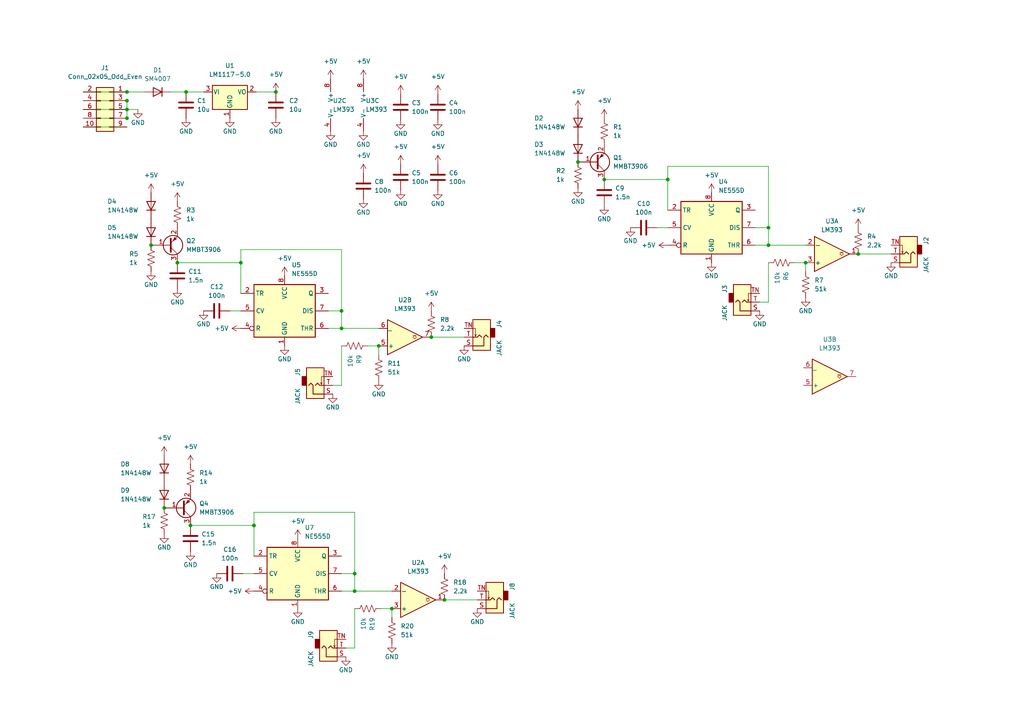
<source format=kicad_sch>
(kicad_sch (version 20211123) (generator eeschema)
  (paper "A4")
  (lib_symbols
    (symbol "Comparator:LM393" (pin_names (offset 0.127))
      (property "Reference" "U" (at 3.81 3.81 0))
      (property "Value" "LM393" (at 6.35 -3.81 0))
      (symbol "LM393_1_1"
        (polyline (pts (xy -5.08 5.08) (xy 5.08 0) (xy -5.08 -5.08) (xy -5.08 5.08)) (stroke (width 0.254)) (fill (type background)))
        (polyline (pts (xy 3.302 -0.508) (xy 2.794 -0.508) (xy 3.302 0) (xy 2.794 0.508) (xy 2.286 0) (xy 2.794 -0.508) (xy 2.286 -0.508)) (stroke (width 0.127)))
        (pin open_collector line (at 7.62 0 180) (length 2.54) (name "~") (number "1"))
        (pin input line (at -7.62 -2.54 0) (length 2.54) (name "-") (number "2"))
        (pin input line (at -7.62 2.54 0) (length 2.54) (name "+") (number "3"))
      )
      (symbol "LM393_2_1"
        (polyline (pts (xy -5.08 5.08) (xy 5.08 0) (xy -5.08 -5.08) (xy -5.08 5.08)) (stroke (width 0.254)) (fill (type background)))
        (polyline (pts (xy 3.302 -0.508) (xy 2.794 -0.508) (xy 3.302 0) (xy 2.794 0.508) (xy 2.286 0) (xy 2.794 -0.508) (xy 2.286 -0.508)) (stroke (width 0.127)))
        (pin input line (at -7.62 2.54 0) (length 2.54) (name "+") (number "5"))
        (pin input line (at -7.62 -2.54 0) (length 2.54) (name "_") (number "6"))
        (pin open_collector line (at 7.62 0 180) (length 2.54) (name "~") (number "7"))
      )
      (symbol "LM393_3_1"
        (pin power_in line (at -2.54 -7.62 90) (length 3.81) (name "V-") (number "4"))
        (pin power_in line (at -2.54 7.62 270) (length 3.81) (name "V+") (number "8"))
      )
    )
    (symbol "Connector:AudioJack2_SwitchT"
      (property "Reference" "J" (at 0 8.89 0))
      (property "Value" "AudioJack2_SwitchT" (at 0 6.35 0))
      (symbol "AudioJack2_SwitchT_0_1"
        (rectangle (start -2.54 0) (end -3.81 -2.54) (stroke (width 0.254)) (fill (type outline)))
        (polyline (pts (xy 1.778 -0.254) (xy 2.032 -0.762)))
        (polyline (pts (xy 0 0) (xy 0.635 -0.635) (xy 1.27 0) (xy 2.54 0)) (stroke (width 0.254)))
        (polyline (pts (xy 2.54 -2.54) (xy 1.778 -2.54) (xy 1.778 -0.254) (xy 1.524 -0.762)))
        (polyline (pts (xy 2.54 2.54) (xy -0.635 2.54) (xy -0.635 0) (xy -1.27 -0.635) (xy -1.905 0)) (stroke (width 0.254)))
        (rectangle (start 2.54 3.81) (end -2.54 -5.08) (stroke (width 0.254)) (fill (type background)))
      )
      (symbol "AudioJack2_SwitchT_1_1"
        (pin passive line (at 5.08 2.54 180) (length 2.54) (name "~") (number "S"))
        (pin passive line (at 5.08 0 180) (length 2.54) (name "~") (number "T"))
        (pin passive line (at 5.08 -2.54 180) (length 2.54) (name "~") (number "TN"))
      )
    )
    (symbol "Connector_Generic:Conn_02x05_Odd_Even" (pin_names (offset 1.016) hide)
      (property "Reference" "J" (at 1.27 7.62 0))
      (property "Value" "Conn_02x05_Odd_Even" (at 1.27 -7.62 0))
      (symbol "Conn_02x05_Odd_Even_1_1"
        (rectangle (start -1.27 -4.953) (end 0 -5.207) (stroke (width 0.1524)))
        (rectangle (start -1.27 -2.413) (end 0 -2.667) (stroke (width 0.1524)))
        (rectangle (start -1.27 0.127) (end 0 -0.127) (stroke (width 0.1524)))
        (rectangle (start -1.27 2.667) (end 0 2.413) (stroke (width 0.1524)))
        (rectangle (start -1.27 5.207) (end 0 4.953) (stroke (width 0.1524)))
        (rectangle (start -1.27 6.35) (end 3.81 -6.35) (stroke (width 0.254)) (fill (type background)))
        (rectangle (start 3.81 -4.953) (end 2.54 -5.207) (stroke (width 0.1524)))
        (rectangle (start 3.81 -2.413) (end 2.54 -2.667) (stroke (width 0.1524)))
        (rectangle (start 3.81 0.127) (end 2.54 -0.127) (stroke (width 0.1524)))
        (rectangle (start 3.81 2.667) (end 2.54 2.413) (stroke (width 0.1524)))
        (rectangle (start 3.81 5.207) (end 2.54 4.953) (stroke (width 0.1524)))
        (pin passive line (at -5.08 5.08 0) (length 3.81) (name "Pin_1") (number "1"))
        (pin passive line (at 7.62 -5.08 180) (length 3.81) (name "Pin_10") (number "10"))
        (pin passive line (at 7.62 5.08 180) (length 3.81) (name "Pin_2") (number "2"))
        (pin passive line (at -5.08 2.54 0) (length 3.81) (name "Pin_3") (number "3"))
        (pin passive line (at 7.62 2.54 180) (length 3.81) (name "Pin_4") (number "4"))
        (pin passive line (at -5.08 0 0) (length 3.81) (name "Pin_5") (number "5"))
        (pin passive line (at 7.62 0 180) (length 3.81) (name "Pin_6") (number "6"))
        (pin passive line (at -5.08 -2.54 0) (length 3.81) (name "Pin_7") (number "7"))
        (pin passive line (at 7.62 -2.54 180) (length 3.81) (name "Pin_8") (number "8"))
        (pin passive line (at -5.08 -5.08 0) (length 3.81) (name "Pin_9") (number "9"))
      )
    )
    (symbol "Device:C" (pin_numbers hide) (pin_names (offset 0.254))
      (property "Reference" "C" (at 0.635 2.54 0))
      (property "Value" "C" (at 0.635 -2.54 0))
      (symbol "C_0_1"
        (polyline (pts (xy -2.032 -0.762) (xy 2.032 -0.762)) (stroke (width 0.508)))
        (polyline (pts (xy -2.032 0.762) (xy 2.032 0.762)) (stroke (width 0.508)))
      )
      (symbol "C_1_1"
        (pin passive line (at 0 3.81 270) (length 2.794) (name "~") (number "1"))
        (pin passive line (at 0 -3.81 90) (length 2.794) (name "~") (number "2"))
      )
    )
    (symbol "Device:R_US" (pin_numbers hide) (pin_names (offset 0))
      (property "Reference" "R" (at 2.54 0 90))
      (property "Value" "R_US" (at -2.54 0 90))
      (symbol "R_US_0_1"
        (polyline (pts (xy 0 -2.286) (xy 0 -2.54)))
        (polyline (pts (xy 0 2.286) (xy 0 2.54)))
        (polyline (pts (xy 0 -0.762) (xy 1.016 -1.143) (xy 0 -1.524) (xy -1.016 -1.905) (xy 0 -2.286)))
        (polyline (pts (xy 0 0.762) (xy 1.016 0.381) (xy 0 0) (xy -1.016 -0.381) (xy 0 -0.762)))
        (polyline (pts (xy 0 2.286) (xy 1.016 1.905) (xy 0 1.524) (xy -1.016 1.143) (xy 0 0.762)))
      )
      (symbol "R_US_1_1"
        (pin passive line (at 0 3.81 270) (length 1.27) (name "~") (number "1"))
        (pin passive line (at 0 -3.81 90) (length 1.27) (name "~") (number "2"))
      )
    )
    (symbol "Diode:1N4148W" (pin_numbers hide) (pin_names (offset 1.016) hide)
      (property "Reference" "D" (at 0 2.54 0))
      (property "Value" "1N4148W" (at 0 -2.54 0))
      (symbol "1N4148W_0_1"
        (polyline (pts (xy -1.27 1.27) (xy -1.27 -1.27)) (stroke (width 0.254)))
        (polyline (pts (xy 1.27 0) (xy -1.27 0)))
        (polyline (pts (xy 1.27 1.27) (xy 1.27 -1.27) (xy -1.27 0) (xy 1.27 1.27)) (stroke (width 0.254)))
      )
      (symbol "1N4148W_1_1"
        (pin passive line (at -3.81 0 0) (length 2.54) (name "K") (number "1"))
        (pin passive line (at 3.81 0 180) (length 2.54) (name "A") (number "2"))
      )
    )
    (symbol "Diode:SM4007" (pin_numbers hide) (pin_names (offset 1.016) hide)
      (property "Reference" "D" (at 0 2.54 0))
      (property "Value" "SM4007" (at 0 -2.54 0))
      (symbol "SM4007_0_1"
        (polyline (pts (xy -1.27 1.27) (xy -1.27 -1.27)) (stroke (width 0.254)))
        (polyline (pts (xy 1.27 0) (xy -1.27 0)))
        (polyline (pts (xy 1.27 1.27) (xy 1.27 -1.27) (xy -1.27 0) (xy 1.27 1.27)) (stroke (width 0.254)))
      )
      (symbol "SM4007_1_1"
        (pin passive line (at -3.81 0 0) (length 2.54) (name "K") (number "1"))
        (pin passive line (at 3.81 0 180) (length 2.54) (name "A") (number "2"))
      )
    )
    (symbol "Regulator_Linear:LM1117-5.0" (pin_names (offset 0.254))
      (property "Reference" "U" (at -3.81 3.175 0))
      (property "Value" "LM1117-5.0" (at 0 3.175 0))
      (symbol "LM1117-5.0_0_1"
        (rectangle (start -5.08 -5.08) (end 5.08 1.905) (stroke (width 0.254)) (fill (type background)))
      )
      (symbol "LM1117-5.0_1_1"
        (pin power_in line (at 0 -7.62 90) (length 2.54) (name "GND") (number "1"))
        (pin power_out line (at 7.62 0 180) (length 2.54) (name "VO") (number "2"))
        (pin power_in line (at -7.62 0 0) (length 2.54) (name "VI") (number "3"))
      )
    )
    (symbol "Timer:NE555D"
      (property "Reference" "U" (at -10.16 8.89 0))
      (property "Value" "NE555D" (at 2.54 8.89 0))
      (symbol "NE555D_0_0"
        (pin power_in line (at 0 -10.16 90) (length 2.54) (name "GND") (number "1"))
        (pin power_in line (at 0 10.16 270) (length 2.54) (name "VCC") (number "8"))
      )
      (symbol "NE555D_0_1"
        (rectangle (start -8.89 -7.62) (end 8.89 7.62) (stroke (width 0.254)) (fill (type background)))
        (rectangle (start -8.89 -7.62) (end 8.89 7.62) (stroke (width 0.254)) (fill (type background)))
      )
      (symbol "NE555D_1_1"
        (pin input line (at -12.7 5.08 0) (length 3.81) (name "TR") (number "2"))
        (pin output line (at 12.7 5.08 180) (length 3.81) (name "Q") (number "3"))
        (pin input inverted (at -12.7 -5.08 0) (length 3.81) (name "R") (number "4"))
        (pin input line (at -12.7 0 0) (length 3.81) (name "CV") (number "5"))
        (pin input line (at 12.7 -5.08 180) (length 3.81) (name "THR") (number "6"))
        (pin input line (at 12.7 0 180) (length 3.81) (name "DIS") (number "7"))
      )
    )
    (symbol "Transistor_BJT:MMBT3906" (pin_names (offset 0) hide)
      (property "Reference" "Q" (at 5.08 1.905 0))
      (property "Value" "MMBT3906" (at 5.08 0 0))
      (symbol "MMBT3906_0_1"
        (polyline (pts (xy 0.635 0.635) (xy 2.54 2.54)))
        (polyline (pts (xy 0.635 -0.635) (xy 2.54 -2.54) (xy 2.54 -2.54)))
        (polyline (pts (xy 0.635 1.905) (xy 0.635 -1.905) (xy 0.635 -1.905)) (stroke (width 0.508)))
        (polyline (pts (xy 2.286 -1.778) (xy 1.778 -2.286) (xy 1.27 -1.27) (xy 2.286 -1.778) (xy 2.286 -1.778)) (fill (type outline)))
        (circle (center 1.27 0) (radius 2.8194) (stroke (width 0.254)))
      )
      (symbol "MMBT3906_1_1"
        (pin input line (at -5.08 0 0) (length 5.715) (name "B") (number "1"))
        (pin passive line (at 2.54 -5.08 90) (length 2.54) (name "E") (number "2"))
        (pin passive line (at 2.54 5.08 270) (length 2.54) (name "C") (number "3"))
      )
    )
    (symbol "power:+5V" (power) (pin_names (offset 0))
      (property "Value" "+5V" (at 0 3.556 0))
      (symbol "+5V_0_1"
        (polyline (pts (xy -0.762 1.27) (xy 0 2.54)))
        (polyline (pts (xy 0 0) (xy 0 2.54)))
        (polyline (pts (xy 0 2.54) (xy 0.762 1.27)))
      )
      (symbol "+5V_1_1"
        (pin power_in line (at 0 0 90) (length 0) hide (name "+5V") (number "1"))
      )
    )
    (symbol "power:GND" (power) (pin_names (offset 0))
      (property "Value" "GND" (at 0 -3.81 0))
      (symbol "GND_0_1"
        (polyline (pts (xy 0 0) (xy 0 -1.27) (xy 1.27 -1.27) (xy 0 -2.54) (xy -1.27 -1.27) (xy 0 -1.27)))
      )
      (symbol "GND_1_1"
        (pin power_in line (at 0 0 270) (length 0) hide (name "GND") (number "1"))
      )
    )
  )
  (junction (at 51.435 76.2))
  (junction (at 99.06 90.17))
  (junction (at 99.06 95.25))
  (junction (at 36.83 26.67))
  (junction (at 167.64 46.99))
  (junction (at 36.83 34.29))
  (junction (at 73.66 152.4))
  (junction (at 102.87 166.37))
  (junction (at 102.87 171.45))
  (junction (at 109.855 100.33))
  (junction (at 47.625 147.32))
  (junction (at 69.85 76.2))
  (junction (at 43.815 71.12))
  (junction (at 175.26 52.07))
  (junction (at 248.92 73.66))
  (junction (at 193.675 52.07))
  (junction (at 113.665 176.53))
  (junction (at 80.01 26.67))
  (junction (at 36.83 31.75))
  (junction (at 36.83 29.21))
  (junction (at 55.245 152.4))
  (junction (at 125.095 97.79))
  (junction (at 222.885 66.04))
  (junction (at 222.885 71.12))
  (junction (at 53.975 26.67))
  (junction (at 128.905 173.99))
  (junction (at 233.68 76.2))
  (wire (pts (xy 96.52 111.76) (xy 99.06 111.76)))
  (wire (pts (xy 99.06 95.25) (xy 95.25 95.25)))
  (wire (pts (xy 51.435 76.2) (xy 69.85 76.2)))
  (wire (pts (xy 95.25 90.17) (xy 99.06 90.17)))
  (wire (pts (xy 73.66 148.59) (xy 102.87 148.59)))
  (wire (pts (xy 36.83 31.75) (xy 40.005 31.75)))
  (wire (pts (xy 99.06 72.39) (xy 99.06 90.17)))
  (wire (pts (xy 36.83 34.29) (xy 36.83 31.75)))
  (wire (pts (xy 24.13 36.83) (xy 36.83 36.83)))
  (wire (pts (xy 193.675 48.26) (xy 222.885 48.26)))
  (wire (pts (xy 53.975 26.67) (xy 49.53 26.67)))
  (wire (pts (xy 128.905 173.99) (xy 138.43 173.99)))
  (wire (pts (xy 102.87 148.59) (xy 102.87 166.37)))
  (wire (pts (xy 73.66 161.29) (xy 73.66 152.4)))
  (wire (pts (xy 69.85 72.39) (xy 99.06 72.39)))
  (wire (pts (xy 233.68 76.2) (xy 233.68 78.74)))
  (wire (pts (xy 230.505 76.2) (xy 233.68 76.2)))
  (wire (pts (xy 102.87 171.45) (xy 113.665 171.45)))
  (wire (pts (xy 109.855 100.33) (xy 109.855 102.87)))
  (wire (pts (xy 222.885 76.2) (xy 222.885 87.63)))
  (wire (pts (xy 248.92 73.66) (xy 258.445 73.66)))
  (wire (pts (xy 55.245 152.4) (xy 73.66 152.4)))
  (wire (pts (xy 36.83 26.67) (xy 41.91 26.67)))
  (wire (pts (xy 99.06 95.25) (xy 109.855 95.25)))
  (wire (pts (xy 220.345 87.63) (xy 222.885 87.63)))
  (wire (pts (xy 193.675 52.07) (xy 193.675 48.26)))
  (wire (pts (xy 74.295 26.67) (xy 80.01 26.67)))
  (wire (pts (xy 125.095 97.79) (xy 134.62 97.79)))
  (wire (pts (xy 99.06 90.17) (xy 99.06 95.25)))
  (wire (pts (xy 110.49 176.53) (xy 113.665 176.53)))
  (wire (pts (xy 70.485 166.37) (xy 73.66 166.37)))
  (wire (pts (xy 99.06 166.37) (xy 102.87 166.37)))
  (wire (pts (xy 222.885 71.12) (xy 233.68 71.12)))
  (wire (pts (xy 66.675 90.17) (xy 69.85 90.17)))
  (wire (pts (xy 99.06 100.33) (xy 99.06 111.76)))
  (wire (pts (xy 69.85 76.2) (xy 69.85 72.39)))
  (wire (pts (xy 113.665 176.53) (xy 113.665 179.07)))
  (wire (pts (xy 24.13 26.67) (xy 36.83 26.67)))
  (wire (pts (xy 190.5 66.04) (xy 193.675 66.04)))
  (wire (pts (xy 24.13 34.29) (xy 36.83 34.29)))
  (wire (pts (xy 106.68 100.33) (xy 109.855 100.33)))
  (wire (pts (xy 193.675 60.96) (xy 193.675 52.07)))
  (wire (pts (xy 24.13 31.75) (xy 36.83 31.75)))
  (wire (pts (xy 175.26 52.07) (xy 193.675 52.07)))
  (wire (pts (xy 222.885 71.12) (xy 219.075 71.12)))
  (wire (pts (xy 24.13 29.21) (xy 36.83 29.21)))
  (wire (pts (xy 73.66 152.4) (xy 73.66 148.59)))
  (wire (pts (xy 102.87 176.53) (xy 102.87 187.96)))
  (wire (pts (xy 222.885 66.04) (xy 222.885 71.12)))
  (wire (pts (xy 59.055 26.67) (xy 53.975 26.67)))
  (wire (pts (xy 36.83 31.75) (xy 36.83 29.21)))
  (wire (pts (xy 102.87 166.37) (xy 102.87 171.45)))
  (wire (pts (xy 100.33 187.96) (xy 102.87 187.96)))
  (wire (pts (xy 222.885 48.26) (xy 222.885 66.04)))
  (wire (pts (xy 102.87 171.45) (xy 99.06 171.45)))
  (wire (pts (xy 69.85 85.09) (xy 69.85 76.2)))
  (wire (pts (xy 219.075 66.04) (xy 222.885 66.04)))
  (symbol (lib_id "power:GND") (at 116.205 34.925 0) (mirror y) (unit 1)
    (property "Reference" "#PWR012" (effects hide))
    (property "Value" "GND" (at 116.205 38.735 0))
  )
  (symbol (lib_id "power:GND") (at 206.375 76.2 0) (mirror y) (unit 1)
    (property "Reference" "#PWR032" (effects hide))
    (property "Value" "GND" (at 206.375 80.01 0))
  )
  (symbol (lib_id "power:GND") (at 80.01 34.29 0) (mirror y) (unit 1)
    (property "Reference" "#PWR010" (effects hide))
    (property "Value" "GND" (at 80.01 38.1 0))
  )
  (symbol (lib_id "Device:C") (at 51.435 80.01 0) (unit 1)
    (property "Reference" "C11" (at 54.61 78.7399 0) (effects (justify left)))
    (property "Value" "1.5n" (at 54.61 81.2799 0) (effects (justify left)))
    (property "Footprint" "Capacitor_SMD:C_0603_1608Metric" (effects hide))
  )
  (symbol (lib_id "Device:R_US") (at 167.64 50.8 0) (unit 1)
    (property "Reference" "R2" (at 161.29 49.53 0) (effects (justify left)))
    (property "Value" "1k" (at 161.29 52.07 0) (effects (justify left)))
    (property "Footprint" "Resistor_SMD:R_0603_1608Metric" (effects hide))
  )
  (symbol (lib_id "power:+5V") (at 47.625 132.08 0) (unit 1)
    (property "Reference" "#PWR053" (effects hide))
    (property "Value" "+5V" (at 47.625 127 0))
  )
  (symbol (lib_id "Transistor_BJT:MMBT3906") (at 52.705 147.32 0) (mirror x) (unit 1)
    (property "Reference" "Q4" (at 57.785 146.0499 0) (effects (justify left)))
    (property "Value" "MMBT3906" (at 57.785 148.5899 0) (effects (justify left)))
    (property "Footprint" "Package_TO_SOT_SMD:SOT-23" (effects hide))
    (property "Datasheet" "https://www.onsemi.com/pub/Collateral/2N3906-D.PDF" (effects hide))
  )
  (symbol (lib_id "Device:C") (at 55.245 156.21 0) (unit 1)
    (property "Reference" "C15" (at 58.42 154.9399 0) (effects (justify left)))
    (property "Value" "1.5n" (at 58.42 157.4799 0) (effects (justify left)))
    (property "Footprint" "Capacitor_SMD:C_0603_1608Metric" (effects hide))
  )
  (symbol (lib_id "power:GND") (at 220.345 90.17 0) (mirror y) (unit 1)
    (property "Reference" "#PWR040" (effects hide))
    (property "Value" "GND" (at 220.345 93.98 0))
  )
  (symbol (lib_id "power:GND") (at 167.64 54.61 0) (mirror y) (unit 1)
    (property "Reference" "#PWR020" (effects hide))
    (property "Value" "GND" (at 167.64 58.42 0))
  )
  (symbol (lib_id "Diode:1N4148W") (at 47.625 135.89 270) (mirror x) (unit 1)
    (property "Reference" "D8" (at 34.925 134.62 90) (effects (justify left)))
    (property "Value" "1N4148W" (at 34.925 137.16 90) (effects (justify left)))
    (property "Footprint" "Diode_SMD:D_SOD-123" (effects hide))
    (property "Datasheet" "https://www.vishay.com/docs/85748/1n4148w.pdf" (effects hide))
  )
  (symbol (lib_id "Device:R_US") (at 175.26 38.1 0) (unit 1)
    (property "Reference" "R1" (at 177.8 36.83 0) (effects (justify left)))
    (property "Value" "1k" (at 177.8 39.37 0) (effects (justify left)))
    (property "Footprint" "Resistor_SMD:R_0603_1608Metric" (effects hide))
  )
  (symbol (lib_id "power:GND") (at 127 55.245 0) (mirror y) (unit 1)
    (property "Reference" "#PWR022" (effects hide))
    (property "Value" "GND" (at 127 59.055 0))
  )
  (symbol (lib_id "power:+5V") (at 116.205 27.305 0) (unit 1)
    (property "Reference" "#PWR04" (effects hide))
    (property "Value" "+5V" (at 116.205 22.225 0))
  )
  (symbol (lib_id "Device:C") (at 105.41 53.975 0) (unit 1)
    (property "Reference" "C8" (at 108.585 52.7049 0) (effects (justify left)))
    (property "Value" "100n" (at 108.585 55.2449 0) (effects (justify left)))
    (property "Footprint" "Capacitor_SMD:C_0603_1608Metric" (effects hide))
  )
  (symbol (lib_id "power:+5V") (at 80.01 26.67 0) (unit 1)
    (property "Reference" "#PWR03" (effects hide))
    (property "Value" "+5V" (at 80.01 21.59 0))
  )
  (symbol (lib_id "power:GND") (at 127 34.925 0) (mirror y) (unit 1)
    (property "Reference" "#PWR013" (effects hide))
    (property "Value" "GND" (at 127 38.735 0))
  )
  (symbol (lib_id "Diode:1N4148W") (at 167.64 35.56 270) (mirror x) (unit 1)
    (property "Reference" "D2" (at 154.94 34.29 90) (effects (justify left)))
    (property "Value" "1N4148W" (at 154.94 36.83 90) (effects (justify left)))
    (property "Footprint" "Diode_SMD:D_SOD-123" (effects hide))
    (property "Datasheet" "https://www.vishay.com/docs/85748/1n4148w.pdf" (effects hide))
  )
  (symbol (lib_id "power:GND") (at 175.26 59.69 0) (mirror y) (unit 1)
    (property "Reference" "#PWR028" (effects hide))
    (property "Value" "GND" (at 175.26 63.5 0))
  )
  (symbol (lib_id "Device:R_US") (at 47.625 151.13 0) (unit 1)
    (property "Reference" "R17" (at 41.275 149.86 0) (effects (justify left)))
    (property "Value" "1k" (at 41.275 152.4 0) (effects (justify left)))
    (property "Footprint" "Resistor_SMD:R_0603_1608Metric" (effects hide))
  )
  (symbol (lib_id "power:+5V") (at 128.905 166.37 0) (unit 1)
    (property "Reference" "#PWR064" (effects hide))
    (property "Value" "+5V" (at 128.905 161.29 0))
  )
  (symbol (lib_id "power:+5V") (at 43.815 55.88 0) (unit 1)
    (property "Reference" "#PWR023" (effects hide))
    (property "Value" "+5V" (at 43.815 50.8 0))
  )
  (symbol (lib_id "power:+5V") (at 105.41 22.86 0) (unit 1)
    (property "Reference" "#PWR02" (effects hide))
    (property "Value" "+5V" (at 105.41 17.78 0))
  )
  (symbol (lib_id "power:+5V") (at 175.26 34.29 0) (unit 1)
    (property "Reference" "#PWR011" (effects hide))
    (property "Value" "+5V" (at 175.26 29.21 0))
  )
  (symbol (lib_id "Connector:AudioJack2_SwitchT") (at 139.7 97.79 180) (unit 1)
    (property "Reference" "J4" (at 144.78 93.98 90))
    (property "Value" "JACK" (at 144.78 100.965 90))
    (property "Footprint" "Connector_Audio:Jack_3.5mm_QingPu_WQP-PJ398SM_Vertical_CircularHoles" (effects hide))
  )
  (symbol (lib_id "power:GND") (at 47.625 154.94 0) (mirror y) (unit 1)
    (property "Reference" "#PWR060" (effects hide))
    (property "Value" "GND" (at 47.625 158.75 0))
  )
  (symbol (lib_id "power:+5V") (at 51.435 58.42 0) (unit 1)
    (property "Reference" "#PWR027" (effects hide))
    (property "Value" "+5V" (at 51.435 53.34 0))
  )
  (symbol (lib_id "Device:C") (at 175.26 55.88 0) (unit 1)
    (property "Reference" "C9" (at 178.435 54.6099 0) (effects (justify left)))
    (property "Value" "1.5n" (at 178.435 57.1499 0) (effects (justify left)))
    (property "Footprint" "Capacitor_SMD:C_0603_1608Metric" (effects hide))
  )
  (symbol (lib_id "Device:C") (at 127 51.435 0) (unit 1)
    (property "Reference" "C6" (at 130.175 50.1649 0) (effects (justify left)))
    (property "Value" "100n" (at 130.175 52.7049 0) (effects (justify left)))
    (property "Footprint" "Capacitor_SMD:C_0603_1608Metric" (effects hide))
  )
  (symbol (lib_id "Device:R_US") (at 128.905 170.18 0) (unit 1)
    (property "Reference" "R18" (at 131.445 168.91 0) (effects (justify left)))
    (property "Value" "2.2k" (at 131.445 171.45 0) (effects (justify left)))
    (property "Footprint" "Resistor_SMD:R_0603_1608Metric" (effects hide))
  )
  (symbol (lib_id "power:GND") (at 134.62 100.33 0) (mirror y) (unit 1)
    (property "Reference" "#PWR045" (effects hide))
    (property "Value" "GND" (at 134.62 104.14 0))
  )
  (symbol (lib_id "Device:C") (at 62.865 90.17 90) (unit 1)
    (property "Reference" "C12" (at 62.865 83.185 90))
    (property "Value" "100n" (at 62.865 85.725 90))
    (property "Footprint" "Capacitor_SMD:C_0603_1608Metric" (effects hide))
  )
  (symbol (lib_id "Connector:AudioJack2_SwitchT") (at 263.525 73.66 180) (unit 1)
    (property "Reference" "J2" (at 268.605 69.85 90))
    (property "Value" "JACK" (at 268.605 76.835 90))
    (property "Footprint" "Connector_Audio:Jack_3.5mm_QingPu_WQP-PJ398SM_Vertical_CircularHoles" (effects hide))
  )
  (symbol (lib_id "power:GND") (at 258.445 76.2 0) (mirror y) (unit 1)
    (property "Reference" "#PWR033" (effects hide))
    (property "Value" "GND" (at 258.445 80.01 0))
  )
  (symbol (lib_id "Device:C") (at 127 31.115 0) (unit 1)
    (property "Reference" "C4" (at 130.175 29.8449 0) (effects (justify left)))
    (property "Value" "100n" (at 130.175 32.3849 0) (effects (justify left)))
    (property "Footprint" "Capacitor_SMD:C_0603_1608Metric" (effects hide))
  )
  (symbol (lib_id "power:+5V") (at 248.92 66.04 0) (unit 1)
    (property "Reference" "#PWR030" (effects hide))
    (property "Value" "+5V" (at 248.92 60.96 0))
  )
  (symbol (lib_id "power:+5V") (at 116.205 47.625 0) (unit 1)
    (property "Reference" "#PWR016" (effects hide))
    (property "Value" "+5V" (at 116.205 42.545 0))
  )
  (symbol (lib_id "Device:R_US") (at 125.095 93.98 0) (unit 1)
    (property "Reference" "R8" (at 127.635 92.71 0) (effects (justify left)))
    (property "Value" "2.2k" (at 127.635 95.25 0) (effects (justify left)))
    (property "Footprint" "Resistor_SMD:R_0603_1608Metric" (effects hide))
  )
  (symbol (lib_id "power:+5V") (at 82.55 80.01 0) (unit 1)
    (property "Reference" "#PWR035" (effects hide))
    (property "Value" "+5V" (at 82.55 74.93 0))
  )
  (symbol (lib_id "Comparator:LM393") (at 117.475 97.79 0) (mirror x) (unit 2)
    (property "Reference" "U2" (at 117.475 86.995 0))
    (property "Value" "LM393" (at 117.475 89.535 0))
    (property "Footprint" "Package_SO:SOIC-8_3.9x4.9mm_P1.27mm" (effects hide))
    (property "Datasheet" "http://www.ti.com/lit/ds/symlink/lm393.pdf" (effects hide))
  )
  (symbol (lib_id "power:+5V") (at 86.36 156.21 0) (unit 1)
    (property "Reference" "#PWR061" (effects hide))
    (property "Value" "+5V" (at 86.36 151.13 0))
  )
  (symbol (lib_id "Diode:1N4148W") (at 43.815 67.31 90) (unit 1)
    (property "Reference" "D5" (at 31.115 66.04 90) (effects (justify right)))
    (property "Value" "1N4148W" (at 31.115 68.58 90) (effects (justify right)))
    (property "Footprint" "Diode_SMD:D_SOD-123" (effects hide))
    (property "Datasheet" "https://www.vishay.com/docs/85748/1n4148w.pdf" (effects hide))
  )
  (symbol (lib_id "power:GND") (at 55.245 160.02 0) (mirror y) (unit 1)
    (property "Reference" "#PWR062" (effects hide))
    (property "Value" "GND" (at 55.245 163.83 0))
  )
  (symbol (lib_id "Diode:1N4148W") (at 47.625 143.51 90) (unit 1)
    (property "Reference" "D9" (at 34.925 142.24 90) (effects (justify right)))
    (property "Value" "1N4148W" (at 34.925 144.78 90) (effects (justify right)))
    (property "Footprint" "Diode_SMD:D_SOD-123" (effects hide))
    (property "Datasheet" "https://www.vishay.com/docs/85748/1n4148w.pdf" (effects hide))
  )
  (symbol (lib_id "Comparator:LM393") (at 107.95 30.48 0) (unit 3)
    (property "Reference" "U3" (at 106.045 29.2099 0) (effects (justify left)))
    (property "Value" "LM393" (at 106.045 31.7499 0) (effects (justify left)))
    (property "Footprint" "Package_SO:SOIC-8_3.9x4.9mm_P1.27mm" (effects hide))
    (property "Datasheet" "http://www.ti.com/lit/ds/symlink/lm393.pdf" (effects hide))
  )
  (symbol (lib_id "power:+5V") (at 193.675 71.12 90) (unit 1)
    (property "Reference" "#PWR031" (effects hide))
    (property "Value" "+5V" (at 186.055 71.12 90) (effects (justify right)))
  )
  (symbol (lib_id "Device:C") (at 66.675 166.37 90) (unit 1)
    (property "Reference" "C16" (at 66.675 159.385 90))
    (property "Value" "100n" (at 66.675 161.925 90))
    (property "Footprint" "Capacitor_SMD:C_0603_1608Metric" (effects hide))
  )
  (symbol (lib_id "power:GND") (at 138.43 176.53 0) (mirror y) (unit 1)
    (property "Reference" "#PWR067" (effects hide))
    (property "Value" "GND" (at 138.43 180.34 0))
  )
  (symbol (lib_id "power:GND") (at 96.52 114.3 0) (mirror y) (unit 1)
    (property "Reference" "#PWR047" (effects hide))
    (property "Value" "GND" (at 96.52 118.11 0))
  )
  (symbol (lib_id "power:GND") (at 86.36 176.53 0) (mirror y) (unit 1)
    (property "Reference" "#PWR066" (effects hide))
    (property "Value" "GND" (at 86.36 180.34 0))
  )
  (symbol (lib_id "power:+5V") (at 127 27.305 0) (unit 1)
    (property "Reference" "#PWR05" (effects hide))
    (property "Value" "+5V" (at 127 22.225 0))
  )
  (symbol (lib_id "power:GND") (at 53.975 34.29 0) (mirror y) (unit 1)
    (property "Reference" "#PWR08" (effects hide))
    (property "Value" "GND" (at 53.975 38.1 0))
  )
  (symbol (lib_id "power:GND") (at 182.88 66.04 0) (mirror y) (unit 1)
    (property "Reference" "#PWR029" (effects hide))
    (property "Value" "GND" (at 182.88 69.85 0))
  )
  (symbol (lib_id "Device:R_US") (at 102.87 100.33 270) (unit 1)
    (property "Reference" "R9" (at 104.14 102.87 0) (effects (justify left)))
    (property "Value" "10k" (at 101.6 102.87 0) (effects (justify left)))
    (property "Footprint" "Resistor_SMD:R_0603_1608Metric" (effects hide))
  )
  (symbol (lib_id "power:GND") (at 43.815 78.74 0) (mirror y) (unit 1)
    (property "Reference" "#PWR034" (effects hide))
    (property "Value" "GND" (at 43.815 82.55 0))
  )
  (symbol (lib_id "Comparator:LM393") (at 241.3 73.66 0) (mirror x) (unit 1)
    (property "Reference" "U3" (at 241.3 64.135 0))
    (property "Value" "LM393" (at 241.3 66.675 0))
    (property "Footprint" "Package_SO:SOIC-8_3.9x4.9mm_P1.27mm" (effects hide))
    (property "Datasheet" "http://www.ti.com/lit/ds/symlink/lm393.pdf" (effects hide))
  )
  (symbol (lib_id "power:GND") (at 100.33 190.5 0) (mirror y) (unit 1)
    (property "Reference" "#PWR069" (effects hide))
    (property "Value" "GND" (at 100.33 194.31 0))
  )
  (symbol (lib_id "Connector:AudioJack2_SwitchT") (at 91.44 111.76 0) (mirror x) (unit 1)
    (property "Reference" "J5" (at 86.36 107.95 90))
    (property "Value" "JACK" (at 86.36 114.935 90))
    (property "Footprint" "Connector_Audio:Jack_3.5mm_QingPu_WQP-PJ398SM_Vertical_CircularHoles" (effects hide))
  )
  (symbol (lib_id "Transistor_BJT:MMBT3906") (at 48.895 71.12 0) (mirror x) (unit 1)
    (property "Reference" "Q2" (at 53.975 69.8499 0) (effects (justify left)))
    (property "Value" "MMBT3906" (at 53.975 72.3899 0) (effects (justify left)))
    (property "Footprint" "Package_TO_SOT_SMD:SOT-23" (effects hide))
    (property "Datasheet" "https://www.onsemi.com/pub/Collateral/2N3906-D.PDF" (effects hide))
  )
  (symbol (lib_id "power:GND") (at 40.005 31.75 0) (mirror y) (unit 1)
    (property "Reference" "#PWR06" (effects hide))
    (property "Value" "GND" (at 40.005 35.56 0))
  )
  (symbol (lib_id "Device:R_US") (at 51.435 62.23 0) (unit 1)
    (property "Reference" "R3" (at 53.975 60.96 0) (effects (justify left)))
    (property "Value" "1k" (at 53.975 63.5 0) (effects (justify left)))
    (property "Footprint" "Resistor_SMD:R_0603_1608Metric" (effects hide))
  )
  (symbol (lib_id "Device:R_US") (at 233.68 82.55 0) (unit 1)
    (property "Reference" "R7" (at 236.22 81.28 0) (effects (justify left)))
    (property "Value" "51k" (at 236.22 83.82 0) (effects (justify left)))
    (property "Footprint" "Resistor_SMD:R_0603_1608Metric" (effects hide))
  )
  (symbol (lib_id "Comparator:LM393") (at 98.425 30.48 0) (unit 3)
    (property "Reference" "U2" (at 96.52 29.2099 0) (effects (justify left)))
    (property "Value" "LM393" (at 96.52 31.7499 0) (effects (justify left)))
    (property "Footprint" "Package_SO:SOIC-8_3.9x4.9mm_P1.27mm" (effects hide))
    (property "Datasheet" "http://www.ti.com/lit/ds/symlink/lm393.pdf" (effects hide))
  )
  (symbol (lib_id "Regulator_Linear:LM1117-5.0") (at 66.675 26.67 0) (unit 1)
    (property "Reference" "U1" (at 66.675 19.05 0))
    (property "Value" "LM1117-5.0" (at 66.675 21.59 0))
    (property "Footprint" "Package_TO_SOT_SMD:SOT-223-3_TabPin2" (effects hide))
    (property "Datasheet" "http://www.ti.com/lit/ds/symlink/lm1117.pdf" (effects hide))
  )
  (symbol (lib_id "power:GND") (at 66.675 34.29 0) (mirror y) (unit 1)
    (property "Reference" "#PWR09" (effects hide))
    (property "Value" "GND" (at 66.675 38.1 0))
  )
  (symbol (lib_id "power:GND") (at 51.435 83.82 0) (mirror y) (unit 1)
    (property "Reference" "#PWR036" (effects hide))
    (property "Value" "GND" (at 51.435 87.63 0))
  )
  (symbol (lib_id "Device:C") (at 53.975 30.48 0) (unit 1)
    (property "Reference" "C1" (at 57.15 29.2099 0) (effects (justify left)))
    (property "Value" "10u" (at 57.15 31.7499 0) (effects (justify left)))
    (property "Footprint" "Capacitor_SMD:C_0603_1608Metric" (effects hide))
  )
  (symbol (lib_id "power:+5V") (at 125.095 90.17 0) (unit 1)
    (property "Reference" "#PWR039" (effects hide))
    (property "Value" "+5V" (at 125.095 85.09 0))
  )
  (symbol (lib_id "Timer:NE555D") (at 206.375 66.04 0) (unit 1)
    (property "Reference" "U4" (at 208.3944 52.705 0) (effects (justify left)))
    (property "Value" "NE555D" (at 208.3944 55.245 0) (effects (justify left)))
    (property "Footprint" "Package_SO:SOIC-8_3.9x4.9mm_P1.27mm" (effects hide))
    (property "Datasheet" "http://www.ti.com/lit/ds/symlink/ne555.pdf" (effects hide))
  )
  (symbol (lib_id "Timer:NE555D") (at 82.55 90.17 0) (unit 1)
    (property "Reference" "U5" (at 84.5694 76.835 0) (effects (justify left)))
    (property "Value" "NE555D" (at 84.5694 79.375 0) (effects (justify left)))
    (property "Footprint" "Package_SO:SOIC-8_3.9x4.9mm_P1.27mm" (effects hide))
    (property "Datasheet" "http://www.ti.com/lit/ds/symlink/ne555.pdf" (effects hide))
  )
  (symbol (lib_id "power:GND") (at 82.55 100.33 0) (mirror y) (unit 1)
    (property "Reference" "#PWR044" (effects hide))
    (property "Value" "GND" (at 82.55 104.14 0))
  )
  (symbol (lib_id "power:GND") (at 105.41 38.1 0) (mirror y) (unit 1)
    (property "Reference" "#PWR015" (effects hide))
    (property "Value" "GND" (at 105.41 41.91 0))
  )
  (symbol (lib_id "power:+5V") (at 167.64 31.75 0) (unit 1)
    (property "Reference" "#PWR07" (effects hide))
    (property "Value" "+5V" (at 167.64 26.67 0))
  )
  (symbol (lib_id "Timer:NE555D") (at 86.36 166.37 0) (unit 1)
    (property "Reference" "U7" (at 88.3794 153.035 0) (effects (justify left)))
    (property "Value" "NE555D" (at 88.3794 155.575 0) (effects (justify left)))
    (property "Footprint" "Package_SO:SOIC-8_3.9x4.9mm_P1.27mm" (effects hide))
    (property "Datasheet" "http://www.ti.com/lit/ds/symlink/ne555.pdf" (effects hide))
  )
  (symbol (lib_id "Device:C") (at 186.69 66.04 90) (unit 1)
    (property "Reference" "C10" (at 186.69 59.055 90))
    (property "Value" "100n" (at 186.69 61.595 90))
    (property "Footprint" "Capacitor_SMD:C_0603_1608Metric" (effects hide))
  )
  (symbol (lib_id "Transistor_BJT:MMBT3906") (at 172.72 46.99 0) (mirror x) (unit 1)
    (property "Reference" "Q1" (at 177.8 45.7199 0) (effects (justify left)))
    (property "Value" "MMBT3906" (at 177.8 48.2599 0) (effects (justify left)))
    (property "Footprint" "Package_TO_SOT_SMD:SOT-23" (effects hide))
    (property "Datasheet" "https://www.onsemi.com/pub/Collateral/2N3906-D.PDF" (effects hide))
  )
  (symbol (lib_id "Device:C") (at 116.205 31.115 0) (unit 1)
    (property "Reference" "C3" (at 119.38 29.8449 0) (effects (justify left)))
    (property "Value" "100n" (at 119.38 32.3849 0) (effects (justify left)))
    (property "Footprint" "Capacitor_SMD:C_0603_1608Metric" (effects hide))
  )
  (symbol (lib_id "power:+5V") (at 127 47.625 0) (unit 1)
    (property "Reference" "#PWR017" (effects hide))
    (property "Value" "+5V" (at 127 42.545 0))
  )
  (symbol (lib_id "Diode:1N4148W") (at 43.815 59.69 270) (mirror x) (unit 1)
    (property "Reference" "D4" (at 31.115 58.42 90) (effects (justify left)))
    (property "Value" "1N4148W" (at 31.115 60.96 90) (effects (justify left)))
    (property "Footprint" "Diode_SMD:D_SOD-123" (effects hide))
    (property "Datasheet" "https://www.vishay.com/docs/85748/1n4148w.pdf" (effects hide))
  )
  (symbol (lib_id "power:+5V") (at 105.41 50.165 0) (unit 1)
    (property "Reference" "#PWR019" (effects hide))
    (property "Value" "+5V" (at 105.41 45.085 0))
  )
  (symbol (lib_id "power:GND") (at 109.855 110.49 0) (mirror y) (unit 1)
    (property "Reference" "#PWR046" (effects hide))
    (property "Value" "GND" (at 109.855 114.3 0))
  )
  (symbol (lib_id "Connector_Generic:Conn_02x05_Odd_Even") (at 31.75 31.75 0) (mirror y) (unit 1)
    (property "Reference" "J1" (at 30.48 19.685 0))
    (property "Value" "Conn_02x05_Odd_Even" (at 30.48 22.225 0))
    (property "Footprint" "4ms_Connector:Pins_2x05_2.54mm_TH_Europower" (effects hide))
  )
  (symbol (lib_id "power:+5V") (at 55.245 134.62 0) (unit 1)
    (property "Reference" "#PWR055" (effects hide))
    (property "Value" "+5V" (at 55.245 129.54 0))
  )
  (symbol (lib_id "Connector:AudioJack2_SwitchT") (at 215.265 87.63 0) (mirror x) (unit 1)
    (property "Reference" "J3" (at 210.185 83.82 90))
    (property "Value" "JACK" (at 210.185 90.805 90))
    (property "Footprint" "Connector_Audio:Jack_3.5mm_QingPu_WQP-PJ398SM_Vertical_CircularHoles" (effects hide))
  )
  (symbol (lib_id "Device:R_US") (at 43.815 74.93 0) (unit 1)
    (property "Reference" "R5" (at 37.465 73.66 0) (effects (justify left)))
    (property "Value" "1k" (at 37.465 76.2 0) (effects (justify left)))
    (property "Footprint" "Resistor_SMD:R_0603_1608Metric" (effects hide))
  )
  (symbol (lib_id "power:GND") (at 95.885 38.1 0) (mirror y) (unit 1)
    (property "Reference" "#PWR014" (effects hide))
    (property "Value" "GND" (at 95.885 41.91 0))
  )
  (symbol (lib_id "Comparator:LM393") (at 121.285 173.99 0) (mirror x) (unit 1)
    (property "Reference" "U2" (at 121.285 163.195 0))
    (property "Value" "LM393" (at 121.285 165.735 0))
    (property "Footprint" "Package_SO:SOIC-8_3.9x4.9mm_P1.27mm" (effects hide))
    (property "Datasheet" "http://www.ti.com/lit/ds/symlink/lm393.pdf" (effects hide))
  )
  (symbol (lib_id "power:+5V") (at 95.885 22.86 0) (unit 1)
    (property "Reference" "#PWR01" (effects hide))
    (property "Value" "+5V" (at 95.885 17.78 0))
  )
  (symbol (lib_id "Device:C") (at 80.01 30.48 0) (unit 1)
    (property "Reference" "C2" (at 83.82 29.2099 0) (effects (justify left)))
    (property "Value" "10u" (at 83.82 31.7499 0) (effects (justify left)))
    (property "Footprint" "Capacitor_SMD:C_0603_1608Metric" (effects hide))
  )
  (symbol (lib_id "power:GND") (at 59.055 90.17 0) (mirror y) (unit 1)
    (property "Reference" "#PWR038" (effects hide))
    (property "Value" "GND" (at 59.055 93.98 0))
  )
  (symbol (lib_id "Device:R_US") (at 106.68 176.53 270) (unit 1)
    (property "Reference" "R19" (at 107.95 179.07 0) (effects (justify left)))
    (property "Value" "10k" (at 105.41 179.07 0) (effects (justify left)))
    (property "Footprint" "Resistor_SMD:R_0603_1608Metric" (effects hide))
  )
  (symbol (lib_id "power:+5V") (at 73.66 171.45 90) (unit 1)
    (property "Reference" "#PWR065" (effects hide))
    (property "Value" "+5V" (at 66.04 171.45 90) (effects (justify right)))
  )
  (symbol (lib_id "power:GND") (at 62.865 166.37 0) (mirror y) (unit 1)
    (property "Reference" "#PWR063" (effects hide))
    (property "Value" "GND" (at 62.865 170.18 0))
  )
  (symbol (lib_id "power:GND") (at 105.41 57.785 0) (mirror y) (unit 1)
    (property "Reference" "#PWR026" (effects hide))
    (property "Value" "GND" (at 105.41 61.595 0))
  )
  (symbol (lib_id "Connector:AudioJack2_SwitchT") (at 143.51 173.99 180) (unit 1)
    (property "Reference" "J8" (at 148.59 170.18 90))
    (property "Value" "JACK" (at 148.59 177.165 90))
    (property "Footprint" "Connector_Audio:Jack_3.5mm_QingPu_WQP-PJ398SM_Vertical_CircularHoles" (effects hide))
  )
  (symbol (lib_id "Device:R_US") (at 55.245 138.43 0) (unit 1)
    (property "Reference" "R14" (at 57.785 137.16 0) (effects (justify left)))
    (property "Value" "1k" (at 57.785 139.7 0) (effects (justify left)))
    (property "Footprint" "Resistor_SMD:R_0603_1608Metric" (effects hide))
  )
  (symbol (lib_id "power:GND") (at 113.665 186.69 0) (mirror y) (unit 1)
    (property "Reference" "#PWR068" (effects hide))
    (property "Value" "GND" (at 113.665 190.5 0))
  )
  (symbol (lib_id "Comparator:LM393") (at 240.665 109.22 0) (mirror x) (unit 2)
    (property "Reference" "U3" (at 240.665 98.425 0))
    (property "Value" "LM393" (at 240.665 100.965 0))
    (property "Footprint" "Package_SO:SOIC-8_3.9x4.9mm_P1.27mm" (effects hide))
    (property "Datasheet" "http://www.ti.com/lit/ds/symlink/lm393.pdf" (effects hide))
  )
  (symbol (lib_id "Device:R_US") (at 226.695 76.2 270) (unit 1)
    (property "Reference" "R6" (at 227.965 78.74 0) (effects (justify left)))
    (property "Value" "10k" (at 225.425 78.74 0) (effects (justify left)))
    (property "Footprint" "Resistor_SMD:R_0603_1608Metric" (effects hide))
  )
  (symbol (lib_id "Device:R_US") (at 109.855 106.68 0) (unit 1)
    (property "Reference" "R11" (at 112.395 105.41 0) (effects (justify left)))
    (property "Value" "51k" (at 112.395 107.95 0) (effects (justify left)))
    (property "Footprint" "Resistor_SMD:R_0603_1608Metric" (effects hide))
  )
  (symbol (lib_id "power:+5V") (at 69.85 95.25 90) (unit 1)
    (property "Reference" "#PWR042" (effects hide))
    (property "Value" "+5V" (at 62.23 95.25 90) (effects (justify right)))
  )
  (symbol (lib_id "power:GND") (at 116.205 55.245 0) (mirror y) (unit 1)
    (property "Reference" "#PWR021" (effects hide))
    (property "Value" "GND" (at 116.205 59.055 0))
  )
  (symbol (lib_id "Connector:AudioJack2_SwitchT") (at 95.25 187.96 0) (mirror x) (unit 1)
    (property "Reference" "J9" (at 90.17 184.15 90))
    (property "Value" "JACK" (at 90.17 191.135 90))
    (property "Footprint" "Connector_Audio:Jack_3.5mm_QingPu_WQP-PJ398SM_Vertical_CircularHoles" (effects hide))
  )
  (symbol (lib_id "Device:R_US") (at 248.92 69.85 0) (unit 1)
    (property "Reference" "R4" (at 251.46 68.58 0) (effects (justify left)))
    (property "Value" "2.2k" (at 251.46 71.12 0) (effects (justify left)))
    (property "Footprint" "Resistor_SMD:R_0603_1608Metric" (effects hide))
  )
  (symbol (lib_id "Device:C") (at 116.205 51.435 0) (unit 1)
    (property "Reference" "C5" (at 119.38 50.1649 0) (effects (justify left)))
    (property "Value" "100n" (at 119.38 52.7049 0) (effects (justify left)))
    (property "Footprint" "Capacitor_SMD:C_0603_1608Metric" (effects hide))
  )
  (symbol (lib_id "Diode:SM4007") (at 45.72 26.67 180) (unit 1)
    (property "Reference" "D1" (at 45.72 20.32 0))
    (property "Value" "SM4007" (at 45.72 22.86 0))
    (property "Footprint" "Diode_SMD:D_SOD-123" (effects hide))
    (property "Datasheet" "http://cdn-reichelt.de/documents/datenblatt/A400/SMD1N400%23DIO.pdf" (effects hide))
  )
  (symbol (lib_id "Device:R_US") (at 113.665 182.88 0) (unit 1)
    (property "Reference" "R20" (at 116.205 181.61 0) (effects (justify left)))
    (property "Value" "51k" (at 116.205 184.15 0) (effects (justify left)))
    (property "Footprint" "Resistor_SMD:R_0603_1608Metric" (effects hide))
  )
  (symbol (lib_id "Diode:1N4148W") (at 167.64 43.18 90) (unit 1)
    (property "Reference" "D3" (at 154.94 41.91 90) (effects (justify right)))
    (property "Value" "1N4148W" (at 154.94 44.45 90) (effects (justify right)))
    (property "Footprint" "Diode_SMD:D_SOD-123" (effects hide))
    (property "Datasheet" "https://www.vishay.com/docs/85748/1n4148w.pdf" (effects hide))
  )
  (symbol (lib_id "power:GND") (at 233.68 86.36 0) (mirror y) (unit 1)
    (property "Reference" "#PWR037" (effects hide))
    (property "Value" "GND" (at 233.68 90.17 0))
  )
  (symbol (lib_id "power:+5V") (at 206.375 55.88 0) (unit 1)
    (property "Reference" "#PWR024" (effects hide))
    (property "Value" "+5V" (at 206.375 50.8 0))
  )
)
</source>
